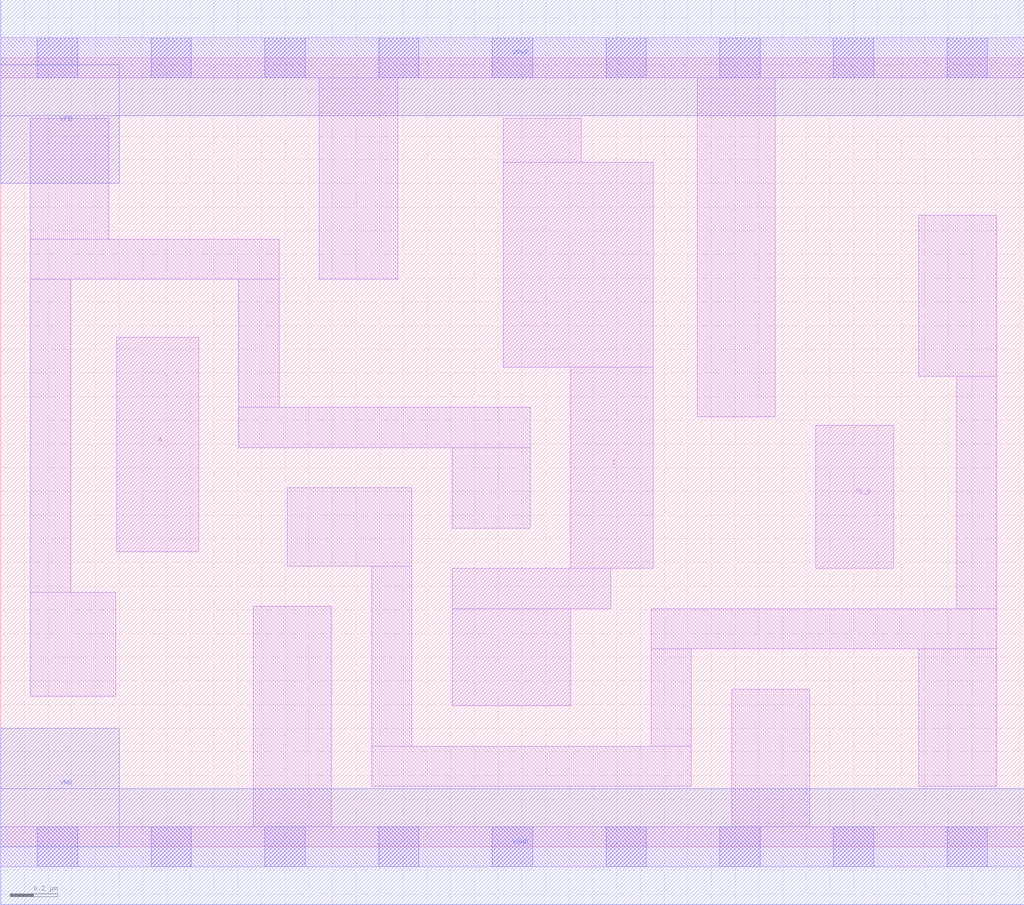
<source format=lef>
# Copyright 2020 The SkyWater PDK Authors
#
# Licensed under the Apache License, Version 2.0 (the "License");
# you may not use this file except in compliance with the License.
# You may obtain a copy of the License at
#
#     https://www.apache.org/licenses/LICENSE-2.0
#
# Unless required by applicable law or agreed to in writing, software
# distributed under the License is distributed on an "AS IS" BASIS,
# WITHOUT WARRANTIES OR CONDITIONS OF ANY KIND, either express or implied.
# See the License for the specific language governing permissions and
# limitations under the License.
#
# SPDX-License-Identifier: Apache-2.0

VERSION 5.5 ;
NAMESCASESENSITIVE ON ;
BUSBITCHARS "[]" ;
DIVIDERCHAR "/" ;
MACRO sky130_fd_sc_lp__ebufn_lp
  CLASS CORE ;
  SOURCE USER ;
  ORIGIN  0.000000  0.000000 ;
  SIZE  4.320000 BY  3.330000 ;
  SYMMETRY X Y R90 ;
  SITE unit ;
  PIN A
    ANTENNAGATEAREA  0.318000 ;
    DIRECTION INPUT ;
    USE SIGNAL ;
    PORT
      LAYER li1 ;
        RECT 0.490000 1.245000 0.835000 2.150000 ;
    END
  END A
  PIN TE_B
    ANTENNAGATEAREA  0.507000 ;
    DIRECTION INPUT ;
    USE SIGNAL ;
    PORT
      LAYER li1 ;
        RECT 3.440000 1.175000 3.770000 1.780000 ;
    END
  END TE_B
  PIN Z
    ANTENNADIFFAREA  0.598500 ;
    DIRECTION OUTPUT ;
    USE SIGNAL ;
    PORT
      LAYER li1 ;
        RECT 1.905000 0.595000 2.405000 1.005000 ;
        RECT 1.905000 1.005000 2.575000 1.175000 ;
        RECT 2.120000 2.025000 2.755000 2.890000 ;
        RECT 2.120000 2.890000 2.450000 3.075000 ;
        RECT 2.405000 1.175000 2.755000 2.025000 ;
    END
  END Z
  PIN VGND
    DIRECTION INOUT ;
    USE GROUND ;
    PORT
      LAYER met1 ;
        RECT 0.000000 -0.245000 4.320000 0.245000 ;
    END
  END VGND
  PIN VNB
    DIRECTION INOUT ;
    USE GROUND ;
    PORT
    END
  END VNB
  PIN VPB
    DIRECTION INOUT ;
    USE POWER ;
    PORT
    END
  END VPB
  PIN VNB
    DIRECTION INOUT ;
    USE GROUND ;
    PORT
      LAYER met1 ;
        RECT 0.000000 0.000000 0.500000 0.500000 ;
    END
  END VNB
  PIN VPB
    DIRECTION INOUT ;
    USE POWER ;
    PORT
      LAYER met1 ;
        RECT 0.000000 2.800000 0.500000 3.300000 ;
    END
  END VPB
  PIN VPWR
    DIRECTION INOUT ;
    USE POWER ;
    PORT
      LAYER met1 ;
        RECT 0.000000 3.085000 4.320000 3.575000 ;
    END
  END VPWR
  OBS
    LAYER li1 ;
      RECT 0.000000 -0.085000 4.320000 0.085000 ;
      RECT 0.000000  3.245000 4.320000 3.415000 ;
      RECT 0.125000  0.635000 0.485000 1.075000 ;
      RECT 0.125000  1.075000 0.295000 2.395000 ;
      RECT 0.125000  2.395000 1.175000 2.565000 ;
      RECT 0.125000  2.565000 0.455000 3.075000 ;
      RECT 1.005000  1.685000 2.235000 1.855000 ;
      RECT 1.005000  1.855000 1.175000 2.395000 ;
      RECT 1.065000  0.085000 1.395000 1.015000 ;
      RECT 1.210000  1.185000 1.735000 1.515000 ;
      RECT 1.345000  2.395000 1.675000 3.245000 ;
      RECT 1.565000  0.255000 2.915000 0.425000 ;
      RECT 1.565000  0.425000 1.735000 1.185000 ;
      RECT 1.905000  1.345000 2.235000 1.685000 ;
      RECT 2.745000  0.425000 2.915000 0.835000 ;
      RECT 2.745000  0.835000 4.205000 1.005000 ;
      RECT 2.940000  1.815000 3.270000 3.245000 ;
      RECT 3.085000  0.085000 3.415000 0.665000 ;
      RECT 3.875000  0.255000 4.205000 0.835000 ;
      RECT 3.875000  1.985000 4.205000 2.665000 ;
      RECT 4.035000  1.005000 4.205000 1.985000 ;
    LAYER mcon ;
      RECT 0.155000 -0.085000 0.325000 0.085000 ;
      RECT 0.155000  3.245000 0.325000 3.415000 ;
      RECT 0.635000 -0.085000 0.805000 0.085000 ;
      RECT 0.635000  3.245000 0.805000 3.415000 ;
      RECT 1.115000 -0.085000 1.285000 0.085000 ;
      RECT 1.115000  3.245000 1.285000 3.415000 ;
      RECT 1.595000 -0.085000 1.765000 0.085000 ;
      RECT 1.595000  3.245000 1.765000 3.415000 ;
      RECT 2.075000 -0.085000 2.245000 0.085000 ;
      RECT 2.075000  3.245000 2.245000 3.415000 ;
      RECT 2.555000 -0.085000 2.725000 0.085000 ;
      RECT 2.555000  3.245000 2.725000 3.415000 ;
      RECT 3.035000 -0.085000 3.205000 0.085000 ;
      RECT 3.035000  3.245000 3.205000 3.415000 ;
      RECT 3.515000 -0.085000 3.685000 0.085000 ;
      RECT 3.515000  3.245000 3.685000 3.415000 ;
      RECT 3.995000 -0.085000 4.165000 0.085000 ;
      RECT 3.995000  3.245000 4.165000 3.415000 ;
  END
END sky130_fd_sc_lp__ebufn_lp
END LIBRARY

</source>
